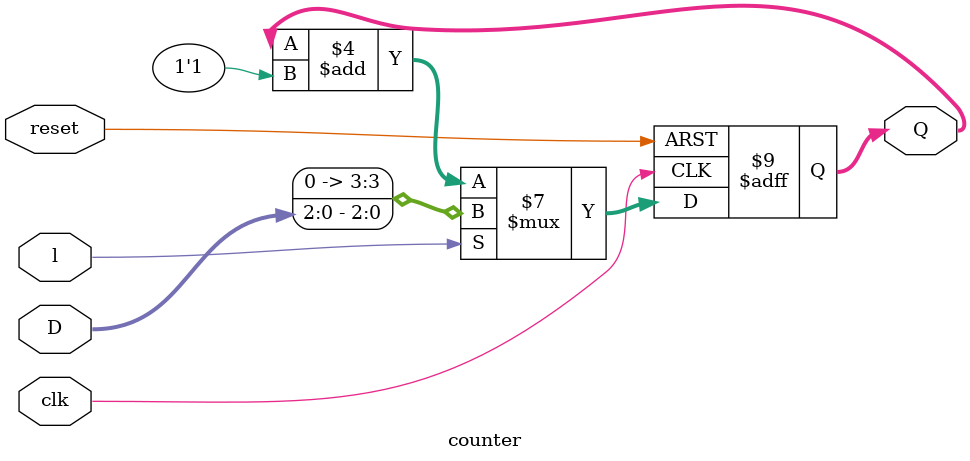
<source format=sv>
module counter #(parameter n = 4)(
  input logic reset,
  input logic [2:0] D,
  input logic clk,
  input logic l,
  output logic [n-1:0] Q
    );
  initial
  Q = 0;

    always @(posedge clk or negedge reset) begin
    if (~reset) 
        Q <= 0; 
    else if (l == 1)
        Q <=  {n-3'b0 ,D};
    else 
        Q <=  Q + 1'b1;
end
endmodule

</source>
